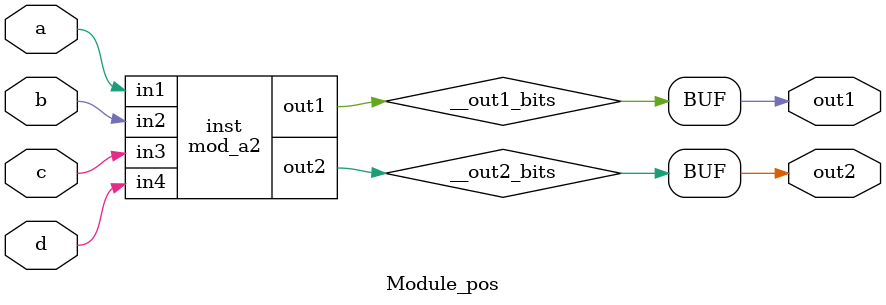
<source format=sv>
module mod_a2(
  output wire out1,
              out2,
  input  wire in1,
              in2,
              in3,
              in4
);

  // Variables for output ports
  logic __out1_bits;
  logic __out2_bits;

  assign __out1_bits = in1 & in2;
  assign __out2_bits = in3 | in4;

  assign out1 = __out1_bits;
  assign out2 = __out2_bits;
endmodule

module Module_pos(
  input  wire a,
              b,
              c,
              d,
  output wire out1,
              out2
);

  // Variables for output ports
  logic __out1_bits;
  logic __out2_bits;

  // s.inst = mod_a2(s.out1, s.out2, s.a, s.b, s.c, s.d)
  mod_a2 inst (
    .out1 (__out1_bits),
    .out2 (__out2_bits),
    .in1  (a),
    .in2  (b),
    .in3  (c),
    .in4  (d)
  );

  assign out1 = __out1_bits;
  assign out2 = __out2_bits;
endmodule

</source>
